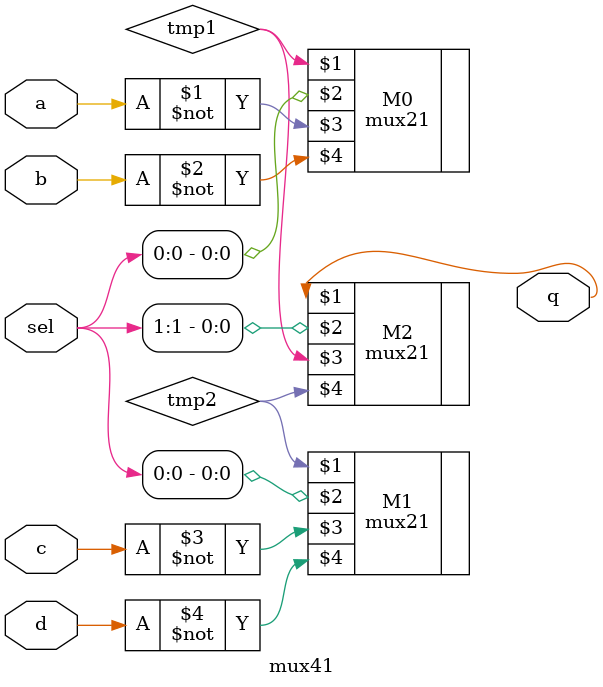
<source format=v>
`timescale 1ns / 1ps
module mux41(q, sel, a, b, c, d); 
 input[1:0] sel; 
 input a, b, c, d; 
 output q; 
 wire tmp1, tmp2; 
 
 mux21 M0(tmp1, sel[0], ~a, ~b); 
 mux21 M1(tmp2, sel[0], ~c, ~d); 
 mux21 M2(q, sel[1], tmp1, tmp2); 

    

endmodule

</source>
